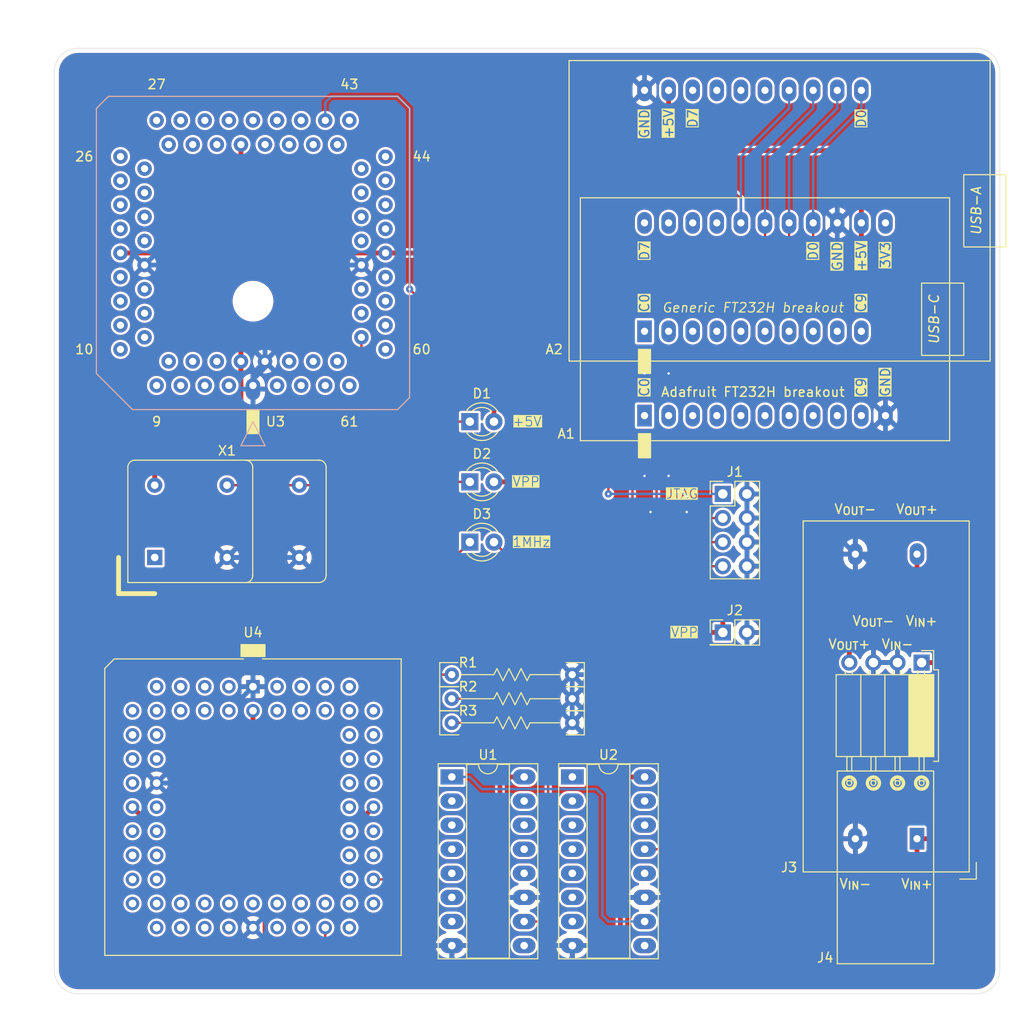
<source format=kicad_pcb>
(kicad_pcb (version 20221018) (generator pcbnew)
  (title_block (title "Thomson MO5 — Gate array development board") (date "2025-07-12") (rev "v0.0-draft") (company "Sporniket.com"))
  (layers (0 "F.Cu" signal) (31 "B.Cu" signal) (34 "B.Paste" user) (35 "F.Paste" user) (36 "B.SilkS" user "B.Silkscreen") (37 "F.SilkS" user "F.Silkscreen") (38 "B.Mask" user) (39 "F.Mask" user) (44 "Edge.Cuts" user))
  (net 0 "")
  (net 11 "GND")
  (net 13 "+5V")
  (net 14 "/FTDI breakouts, source JTAG, DC-DC converter/TCK")
  (net 15 "/FTDI breakouts, source JTAG, DC-DC converter/TDI")
  (net 16 "/FTDI breakouts, source JTAG, DC-DC converter/TDO")
  (net 17 "/FTDI breakouts, source JTAG, DC-DC converter/TMS")
  (net 36 "Net-(D1-K)")
  (net 37 "Net-(D2-K)")
  (net 38 "+12V")
  (net 39 "Net-(D3-K)")
  (net 40 "Net-(D3-A)")
  (net 41 "Net-(U1-Q11)")
  (net 49 "E")
  (net 115 "16MHz")
  (footprint "LED_THT:LED_D3.0mm" (layer "F.Cu") (at 93.98 127)
    (fp_text reference "D3")
    (fp_text value "LED")
  )
  (footprint "commons-oscillators_THT:Oscillator_DIP-8_and_DIP_14" (layer "F.Cu") (at 60.76 128.62)
    (fp_text reference "X1")
    (fp_text value "XO 16MHz - DIP 8 or 14")
  )
  (footprint "Package_DIP:DIP-16_W7.62mm_Socket_LongPads" (layer "F.Cu") (at 92.085 151.755)
    (fp_text reference "U1")
    (fp_text value "4040")
  )
  (footprint "Package_DIP:DIP-16_W7.62mm_Socket_LongPads" (layer "F.Cu") (at 104.785 151.755)
    (fp_text reference "U2")
    (fp_text value "4040")
  )
  (footprint "commons-passives_THT:Passive_THT_resistor_W2.54mm_L12.70mm" (layer "F.Cu") (at 98.425 143.51)
    (fp_text reference "R2")
    (fp_text value "3K")
  )
  (footprint "Connector_PinHeader_2.54mm:PinHeader_2x04_P2.54mm_Vertical" (layer "F.Cu") (at 120.65 121.92)
    (fp_text reference "J1")
    (fp_text value "JTAG")
  )
  (footprint "commons-passives_THT:Passive_THT_resistor_W2.54mm_L12.70mm" (layer "F.Cu") (at 98.425 140.97)
    (fp_text reference "R1")
    (fp_text value "3K")
  )
  (footprint "assemblies_ftdi232h:Adafruit_FT232H_breakout_USB_C" (layer "F.Cu") (at 125.095 103.505)
    (fp_text reference "A1")
    (fp_text value "FTDI_232H_MODULE_USB-C_VERSION_PHY")
  )
  (footprint "Package_LCC:PLCC-68_THT-Socket" (layer "F.Cu") (at 71.12 142.24)
    (fp_text reference "U4")
    (fp_text value "GATE_ARRAY_MO5_V2_SOCKET")
  )
  (footprint "assemblies_power_modules:module_dc_dc_step_up_12V_W10.16mm_H20.5mm_PinSocket_1x04_P2.54mm_Horizontal" (layer "F.Cu") (at 137.795 139.7 180)
    (fp_text reference "J3")
    (fp_text value "5V->12V")
  )
  (footprint "commons-passives_THT:Passive_THT_resistor_W2.54mm_L12.70mm" (layer "F.Cu") (at 98.425 146.05)
    (fp_text reference "R3")
    (fp_text value "3K")
  )
  (footprint "LED_THT:LED_D3.0mm" (layer "F.Cu") (at 93.98 114.3)
    (fp_text reference "D1")
    (fp_text value "LED")
  )
  (footprint "Connector_PinHeader_2.54mm:PinHeader_2x01_P2.54mm_Vertical" (layer "F.Cu") (at 120.65 136.525)
    (fp_text reference "J2")
    (fp_text value "VPP connector")
  )
  (footprint "assemblies_ftdi232h:Noname_FT232H_breakout_USB_A" (layer "F.Cu") (at 123.825 92.075)
    (fp_text reference "A2")
    (fp_text value "FTDI_232H_MODULE_USB-A_VERSION_PHY")
  )
  (footprint "LED_THT:LED_D3.0mm" (layer "F.Cu") (at 93.98 120.65)
    (fp_text reference "D2")
    (fp_text value "LED")
  )
  (footprint "assemblies_power_modules:module_mt3608_ajustable_output" (layer "F.Cu") (at 137.870001 143.27 180)
    (fp_text reference "J4")
    (fp_text value "Adjustable MT3608 module")
  )
  (footprint "thomson-moto-interconnect:gate_array_plcc68_staggered_with_key_hole" (layer "B.Cu") (at 71.12 96.52)
    (fp_text reference "U3")
    (fp_text value "GATE_ARRAY_MO5_V1_SOCKET")
  )
  (gr_rect (start 69.85 137.795) (end 72.39 139.065) (stroke (width 0.1)) (fill solid) (layer "F.SilkS"))
  (gr_rect (start 70.485 113.03) (end 71.755 115.57) (stroke (width 0.1)) (fill solid) (layer "F.SilkS"))
  (gr_line (start 52.705 74.93) (end 147.32 74.93) (stroke (width 0.05)) (layer "Edge.Cuts"))
  (gr_arc (start 52.705 174.625) (mid 50.908949 173.881051) (end 50.165 172.085) (stroke (width 0.05)) (layer "Edge.Cuts"))
  (gr_arc (start 149.86 172.085) (mid 149.116051 173.881051) (end 147.32 174.625) (stroke (width 0.05)) (layer "Edge.Cuts"))
  (gr_arc (start 50.165 77.47) (mid 50.908949 75.673949) (end 52.705 74.93) (stroke (width 0.05)) (layer "Edge.Cuts"))
  (gr_arc (start 147.32 74.93) (mid 149.116051 75.673949) (end 149.86 77.47) (stroke (width 0.05)) (layer "Edge.Cuts"))
  (gr_line (start 50.165 172.085) (end 50.165 77.47) (stroke (width 0.05)) (layer "Edge.Cuts"))
  (gr_line (start 147.32 174.625) (end 52.705 174.625) (stroke (width 0.05)) (layer "Edge.Cuts"))
  (gr_line (start 149.86 172.085) (end 149.86 77.47) (stroke (width 0.05)) (layer "Edge.Cuts"))
  (gr_text "VPP" (at 118.11 136.525) (layer "F.SilkS" knockout) (effects (font (size 1 1) (thickness 0.1)) (justify right)))
  (gr_text "1MHz" (at 98.425 127) (layer "F.SilkS" knockout) (effects (font (size 1 1) (thickness 0.1)) (justify left)))
  (gr_text "+5V" (at 98.425 114.3) (layer "F.SilkS" knockout) (effects (font (size 1 1) (thickness 0.1)) (justify left)))
  (gr_text "JTAG" (at 118.11 121.92) (layer "F.SilkS" knockout) (effects (font (size 1 1) (thickness 0.1)) (justify right)))
  (gr_text "VPP" (at 98.425 120.65) (layer "F.SilkS" knockout) (effects (font (size 1 1) (thickness 0.1)) (justify left)))
  (via (at 112.395 120.015) (size 0.762) (drill 0.254) (layers "F.Cu" "B.Cu") (net 11))
  (via (at 116.84 123.825) (size 0.762) (drill 0.254) (layers "F.Cu" "B.Cu") (net 11))
  (via (at 114.935 109.22) (size 0.762) (drill 0.254) (layers "F.Cu" "B.Cu") (net 11))
  (via (at 113.03 123.825) (size 0.762) (drill 0.254) (layers "F.Cu" "B.Cu") (net 11))
  (via (at 112.395 109.22) (size 0.762) (drill 0.254) (layers "F.Cu" "B.Cu") (net 11))
  (via (at 114.935 120.015) (size 0.762) (drill 0.254) (layers "F.Cu" "B.Cu") (net 11))
  (segment (start 137.16 76.835) (end 137.795 77.47) (width 0.508) (layer "B.Cu") (net 11))
  (segment (start 132.715 95.885) (end 137.795 100.965) (width 0.508) (layer "B.Cu") (net 11))
  (segment (start 123.19 127) (end 133.35 127) (width 0.508) (layer "B.Cu") (net 11))
  (segment (start 135.735 158.27) (end 134.62 158.27) (width 0.508) (layer "B.Cu") (net 11))
  (segment (start 123.19 136.525) (end 123.19 129.54) (width 0.508) (layer "B.Cu") (net 11))
  (segment (start 68.38 128.62) (end 71.12 128.62) (width 0.508) (layer "B.Cu") (net 11))
  (segment (start 114.935 170.815) (end 114.935 165.1) (width 0.508) (layer "B.Cu") (net 11))
  (segment (start 74.295 104.775) (end 74.295 97.79) (width 0.508) (layer "B.Cu") (net 11))
  (segment (start 70.835 128.62) (end 68.38 128.62) (width 0.508) (layer "B.Cu") (net 11))
  (segment (start 72.39 107.95) (end 72.39 106.68) (width 0.508) (layer "B.Cu") (net 11))
  (segment (start 71.12 142.24) (end 71.12 129.54) (width 0.508) (layer "B.Cu") (net 11))
  (segment (start 92.71 171.45) (end 102.235 171.45) (width 0.508) (layer "B.Cu") (net 11))
  (segment (start 135.255 128.27) (end 134.62 128.27) (width 0.508) (layer "B.Cu") (net 11))
  (segment (start 72.39 106.68) (end 74.295 104.775) (width 0.508) (layer "B.Cu") (net 11))
  (segment (start 104.775 143.51) (end 104.775 140.97) (width 0.508) (layer "B.Cu") (net 11))
  (segment (start 69.85 143.51) (end 69.85 154.305) (width 0.508) (layer "B.Cu") (net 11))
  (segment (start 132.715 93.345) (end 132.715 95.885) (width 0.508) (layer "B.Cu") (net 11))
  (segment (start 102.235 171.45) (end 102.235 165.1) (width 0.508) (layer "B.Cu") (net 11))
  (segment (start 71.12 110.49) (end 71.12 128.62) (width 0.508) (layer "B.Cu") (net 11))
  (segment (start 72.39 108.585) (end 71.12 109.855) (width 0.508) (layer "B.Cu") (net 11))
  (segment (start 112.395 79.375) (end 112.395 77.47) (width 0.508) (layer "B.Cu") (net 11))
  (segment (start 123.19 140.335) (end 123.19 136.525) (width 0.508) (layer "B.Cu") (net 11))
  (segment (start 114.3 171.45) (end 114.935 170.815) (width 0.508) (layer "B.Cu") (net 11))
  (segment (start 137.795 77.47) (end 137.795 84.455) (width 0.508) (layer "B.Cu") (net 11))
  (segment (start 92.075 169.545) (end 92.075 170.815) (width 0.508) (layer "B.Cu") (net 11))
  (segment (start 114.935 165.1) (end 114.29 164.455) (width 0.508) (layer "B.Cu") (net 11))
  (segment (start 134.62 120.65) (end 134.62 128.27) (width 0.508) (layer "B.Cu") (net 11))
  (segment (start 112.395 77.47) (end 113.03 76.835) (width 0.508) (layer "B.Cu") (net 11))
  (segment (start 136.525 129.54) (end 135.255 128.27) (width 0.508) (layer "B.Cu") (net 11))
  (segment (start 104.785 170.805) (end 104.785 169.535) (width 0.508) (layer "B.Cu") (net 11))
  (segment (start 71.12 142.24) (end 69.85 143.51) (width 0.508) (layer "B.Cu") (net 11))
  (segment (start 69.85 166.37) (end 69.85 154.305) (width 0.508) (layer "B.Cu") (net 11))
  (segment (start 137.795 100.965) (end 137.795 113.665) (width 0.508) (layer "B.Cu") (net 11))
  (segment (start 104.14 171.45) (end 104.785 170.805) (width 0.508) (layer "B.Cu") (net 11))
  (segment (start 123.19 124.46) (end 123.19 121.92) (width 0.508) (layer "B.Cu") (net 11))
  (segment (start 123.19 127) (end 123.19 124.46) (width 0.508) (layer "B.Cu") (net 11))
  (segment (start 71.12 129.54) (end 71.12 128.905) (width 0.508) (layer "B.Cu") (net 11))
  (segment (start 72.39 107.95) (end 72.39 108.585) (width 0.508) (layer "B.Cu") (net 11))
  (segment (start 136.525 139.7) (end 139.065 139.7) (width 0.508) (layer "B.Cu") (net 11))
  (segment (start 102.235 165.1) (end 101.59 164.455) (width 0.508) (layer "B.Cu") (net 11))
  (segment (start 137.795 117.475) (end 134.62 120.65) (width 0.508) (layer "B.Cu") (net 11))
  (segment (start 71.12 109.855) (end 71.12 110.49) (width 0.508) (layer "B.Cu") (net 11))
  (segment (start 136.525 139.7) (end 136.525 157.48) (width 0.508) (layer "B.Cu") (net 11))
  (segment (start 101.59 164.455) (end 99.705 164.455) (width 0.508) (layer "B.Cu") (net 11))
  (segment (start 137.795 84.455) (end 132.715 89.535) (width 0.508) (layer "B.Cu") (net 11))
  (segment (start 104.14 171.45) (end 114.3 171.45) (width 0.508) (layer "B.Cu") (net 11))
  (segment (start 104.775 146.05) (end 104.775 143.51) (width 0.508) (layer "B.Cu") (net 11))
  (segment (start 123.19 129.54) (end 123.19 127) (width 0.508) (layer "B.Cu") (net 11))
  (segment (start 113.03 76.835) (end 137.16 76.835) (width 0.508) (layer "B.Cu") (net 11))
  (segment (start 136.525 139.7) (end 136.525 129.54) (width 0.508) (layer "B.Cu") (net 11))
  (segment (start 92.075 170.815) (end 92.71 171.45) (width 0.508) (layer "B.Cu") (net 11))
  (segment (start 133.35 127) (end 134.62 128.27) (width 0.508) (layer "B.Cu") (net 11))
  (segment (start 137.795 113.665) (end 137.795 117.475) (width 0.508) (layer "B.Cu") (net 11))
  (segment (start 92.085 169.535) (end 92.075 169.545) (width 0.508) (layer "B.Cu") (net 11))
  (segment (start 71.12 129.54) (end 71.12 128.62) (width 0.508) (layer "B.Cu") (net 11))
  (segment (start 104.775 140.97) (end 122.555 140.97) (width 0.508) (layer "B.Cu") (net 11))
  (segment (start 71.12 128.62) (end 76 128.62) (width 0.508) (layer "B.Cu") (net 11))
  (segment (start 122.555 140.97) (end 123.19 140.335) (width 0.508) (layer "B.Cu") (net 11))
  (segment (start 132.715 89.535) (end 132.715 93.345) (width 0.508) (layer "B.Cu") (net 11))
  (segment (start 69.85 154.305) (end 67.945 152.4) (width 0.508) (layer "B.Cu") (net 11))
  (segment (start 71.12 167.64) (end 69.85 166.37) (width 0.508) (layer "B.Cu") (net 11))
  (segment (start 59.69 97.79) (end 74.295 97.79) (width 0.508) (layer "B.Cu") (net 11))
  (segment (start 102.235 171.45) (end 104.14 171.45) (width 0.508) (layer "B.Cu") (net 11))
  (segment (start 136.525 157.48) (end 135.735 158.27) (width 0.508) (layer "B.Cu") (net 11))
  (segment (start 74.295 97.79) (end 82.55 97.79) (width 0.508) (layer "B.Cu") (net 11))
  (segment (start 67.945 152.4) (end 60.96 152.4) (width 0.508) (layer "B.Cu") (net 11))
  (segment (start 114.29 164.455) (end 112.405 164.455) (width 0.508) (layer "B.Cu") (net 11))
  (segment (start 69.85 107.95) (end 69.85 106.68) (width 0.508) (layer "F.Cu") (net 13))
  (segment (start 135.255 95.25) (end 135.255 93.345) (width 0.508) (layer "F.Cu") (net 13))
  (segment (start 97.155 152.4) (end 97.8 151.755) (width 0.508) (layer "F.Cu") (net 13))
  (segment (start 60.76 113.865) (end 60.76 121) (width 0.508) (layer "F.Cu") (net 13))
  (segment (start 141.120002 158.27) (end 143.355 158.27) (width 0.508) (layer "F.Cu") (net 13))
  (segment (start 114.935 85.09) (end 115.57 85.725) (width 0.508) (layer "F.Cu") (net 13))
  (segment (start 134.62 85.725) (end 135.255 86.36) (width 0.508) (layer "F.Cu") (net 13))
  (segment (start 89.535 95.885) (end 88.9 96.52) (width 0.508) (layer "F.Cu") (net 13))
  (segment (start 139.7 172.085) (end 141.120002 170.664998) (width 0.508) (layer "F.Cu") (net 13))
  (segment (start 88.9 96.52) (end 85.09 96.52) (width 0.508) (layer "F.Cu") (net 13))
  (segment (start 69.215 113.03) (end 61.595 113.03) (width 0.508) (layer "F.Cu") (net 13))
  (segment (start 143.51 95.885) (end 135.89 95.885) (width 0.508) (layer "F.Cu") (net 13))
  (segment (start 97.155 172.085) (end 109.855 172.085) (width 0.508) (layer "F.Cu") (net 13))
  (segment (start 141.120002 170.664998) (end 141.120002 158.27) (width 0.508) (layer "F.Cu") (net 13))
  (segment (start 71.12 156.21) (end 72.39 156.21) (width 0.508) (layer "F.Cu") (net 13))
  (segment (start 72.39 168.91) (end 75.565 172.085) (width 0.508) (layer "F.Cu") (net 13))
  (segment (start 135.89 95.885) (end 135.255 95.25) (width 0.508) (layer "F.Cu") (net 13))
  (segment (start 144.145 157.48) (end 144.145 137.795) (width 0.508) (layer "F.Cu") (net 13))
  (segment (start 135.255 86.36) (end 135.255 93.345) (width 0.508) (layer "F.Cu") (net 13))
  (segment (start 69.85 96.52) (end 85.09 96.52) (width 0.508) (layer "F.Cu") (net 13))
  (segment (start 57.15 96.52) (end 67.945 96.52) (width 0.508) (layer "F.Cu") (net 13))
  (segment (start 144.145 137.795) (end 144.145 96.52) (width 0.508) (layer "F.Cu") (net 13))
  (segment (start 96.52 114.3) (end 96.52 97.155) (width 0.508) (layer "F.Cu") (net 13))
  (segment (start 72.39 156.21) (end 82.55 156.21) (width 0.508) (layer "F.Cu") (net 13))
  (segment (start 69.85 85.09) (end 69.85 96.52) (width 0.508) (layer "F.Cu") (net 13))
  (segment (start 96.52 97.155) (end 95.885 96.52) (width 0.508) (layer "F.Cu") (net 13))
  (segment (start 144.145 139.065) (end 143.51 139.7) (width 0.508) (layer "F.Cu") (net 13))
  (segment (start 59.69 156.21) (end 71.12 156.21) (width 0.508) (layer "F.Cu") (net 13))
  (segment (start 67.945 96.52) (end 69.85 96.52) (width 0.508) (layer "F.Cu") (net 13))
  (segment (start 144.145 96.52) (end 143.51 95.885) (width 0.508) (layer "F.Cu") (net 13))
  (segment (start 109.855 172.085) (end 139.7 172.085) (width 0.508) (layer "F.Cu") (net 13))
  (segment (start 95.885 96.52) (end 85.09 96.52) (width 0.508) (layer "F.Cu") (net 13))
  (segment (start 114.3 85.725) (end 90.17 85.725) (width 0.508) (layer "F.Cu") (net 13))
  (segment (start 58.42 154.94) (end 59.69 156.21) (width 0.508) (layer "F.Cu") (net 13))
  (segment (start 143.51 139.7) (end 141.605 139.7) (width 0.508) (layer "F.Cu") (net 13))
  (segment (start 75.565 172.085) (end 97.155 172.085) (width 0.508) (layer "F.Cu") (net 13))
  (segment (start 61.595 113.03) (end 60.76 113.865) (width 0.508) (layer "F.Cu") (net 13))
  (segment (start 97.155 172.085) (end 97.155 152.4) (width 0.508) (layer "F.Cu") (net 13))
  (segment (start 144.145 137.795) (end 144.145 139.065) (width 0.508) (layer "F.Cu") (net 13))
  (segment (start 114.935 85.09) (end 114.3 85.725) (width 0.508) (layer "F.Cu") (net 13))
  (segment (start 109.855 152.4) (end 110.5 151.755) (width 0.508) (layer "F.Cu") (net 13))
  (segment (start 89.535 86.36) (end 89.535 95.885) (width 0.508) (layer "F.Cu") (net 13))
  (segment (start 143.355 158.27) (end 144.145 157.48) (width 0.508) (layer "F.Cu") (net 13))
  (segment (start 110.5 151.755) (end 112.405 151.755) (width 0.508) (layer "F.Cu") (net 13))
  (segment (start 109.855 172.085) (end 109.855 152.4) (width 0.508) (layer "F.Cu") (net 13))
  (segment (start 69.85 107.95) (end 69.85 112.395) (width 0.508) (layer "F.Cu") (net 13))
  (segment (start 72.39 156.21) (end 72.39 168.91) (width 0.508) (layer "F.Cu") (net 13))
  (segment (start 69.85 112.395) (end 69.215 113.03) (width 0.508) (layer "F.Cu") (net 13))
  (segment (start 114.935 79.375) (end 114.935 85.09) (width 0.508) (layer "F.Cu") (net 13))
  (segment (start 82.55 156.21) (end 83.82 154.94) (width 0.508) (layer "F.Cu") (net 13))
  (segment (start 71.12 144.78) (end 71.12 156.21) (width 0.508) (layer "F.Cu") (net 13))
  (segment (start 115.57 85.725) (end 134.62 85.725) (width 0.508) (layer "F.Cu") (net 13))
  (segment (start 67.945 104.775) (end 67.945 96.52) (width 0.508) (layer "F.Cu") (net 13))
  (segment (start 69.85 106.68) (end 67.945 104.775) (width 0.508) (layer "F.Cu") (net 13))
  (segment (start 97.8 151.755) (end 99.705 151.755) (width 0.508) (layer "F.Cu") (net 13))
  (segment (start 90.17 85.725) (end 89.535 86.36) (width 0.508) (layer "F.Cu") (net 13))
  (segment (start 118.745 124.46) (end 116.205 121.92) (width 0.254) (layer "F.Cu") (net 14))
  (segment (start 116.205 101.6) (end 116.84 100.965) (width 0.254) (layer "F.Cu") (net 14))
  (segment (start 116.84 100.965) (end 129.54 100.965) (width 0.254) (layer "F.Cu") (net 14))
  (segment (start 116.205 121.92) (end 116.205 101.6) (width 0.254) (layer "F.Cu") (net 14))
  (segment (start 129.54 100.965) (end 130.175 100.33) (width 0.254) (layer "F.Cu") (net 14))
  (segment (start 120.65 124.46) (end 118.745 124.46) (width 0.254) (layer "F.Cu") (net 14))
  (segment (start 130.175 100.33) (end 130.175 93.345) (width 0.254) (layer "F.Cu") (net 14))
  (segment (start 135.255 81.28) (end 130.175 86.36) (width 0.254) (layer "B.Cu") (net 14))
  (segment (start 135.255 79.375) (end 135.255 81.28) (width 0.254) (layer "B.Cu") (net 14))
  (segment (start 130.175 86.36) (end 130.175 93.345) (width 0.254) (layer "B.Cu") (net 14))
  (segment (start 118.11 127) (end 113.665 122.555) (width 0.254) (layer "F.Cu") (net 15))
  (segment (start 113.665 122.555) (end 113.665 99.695) (width 0.254) (layer "F.Cu") (net 15))
  (segment (start 113.665 99.695) (end 114.3 99.06) (width 0.254) (layer "F.Cu") (net 15))
  (segment (start 120.65 127) (end 118.11 127) (width 0.254) (layer "F.Cu") (net 15))
  (segment (start 114.3 99.06) (end 127 99.06) (width 0.254) (layer "F.Cu") (net 15))
  (segment (start 127.635 98.425) (end 127.635 93.345) (width 0.254) (layer "F.Cu") (net 15))
  (segment (start 127 99.06) (end 127.635 98.425) (width 0.254) (layer "F.Cu") (net 15))
  (segment (start 132.715 79.375) (end 132.715 81.28) (width 0.254) (layer "B.Cu") (net 15))
  (segment (start 132.715 81.28) (end 127.635 86.36) (width 0.254) (layer "B.Cu") (net 15))
  (segment (start 127.635 86.36) (end 127.635 93.345) (width 0.254) (layer "B.Cu") (net 15))
  (segment (start 111.125 97.79) (end 111.76 97.155) (width 0.254) (layer "F.Cu") (net 16))
  (segment (start 111.125 123.19) (end 111.125 97.79) (width 0.254) (layer "F.Cu") (net 16))
  (segment (start 120.65 129.54) (end 117.475 129.54) (width 0.254) (layer "F.Cu") (net 16))
  (segment (start 124.46 97.155) (end 125.095 96.52) (width 0.254) (layer "F.Cu") (net 16))
  (segment (start 111.76 97.155) (end 124.46 97.155) (width 0.254) (layer "F.Cu") (net 16))
  (segment (start 125.095 96.52) (end 125.095 93.345) (width 0.254) (layer "F.Cu") (net 16))
  (segment (start 117.475 129.54) (end 111.125 123.19) (width 0.254) (layer "F.Cu") (net 16))
  (segment (start 130.175 81.28) (end 125.095 86.36) (width 0.254) (layer "B.Cu") (net 16))
  (segment (start 125.095 86.36) (end 125.095 93.345) (width 0.254) (layer "B.Cu") (net 16))
  (segment (start 130.175 79.375) (end 130.175 81.28) (width 0.254) (layer "B.Cu") (net 16))
  (segment (start 109.22 90.17) (end 121.92 90.17) (width 0.254) (layer "F.Cu") (net 17))
  (segment (start 122.555 90.805) (end 122.555 93.345) (width 0.254) (layer "F.Cu") (net 17))
  (segment (start 108.585 90.805) (end 109.22 90.17) (width 0.254) (layer "F.Cu") (net 17))
  (segment (start 108.585 121.92) (end 108.585 90.805) (width 0.254) (layer "F.Cu") (net 17))
  (segment (start 121.92 90.17) (end 122.555 90.805) (width 0.254) (layer "F.Cu") (net 17))
  (via (at 108.585 121.92) (size 0.762) (drill 0.254) (layers "F.Cu" "B.Cu") (net 17))
  (segment (start 120.65 121.92) (end 108.585 121.92) (width 0.254) (layer "B.Cu") (net 17))
  (segment (start 127.635 81.28) (end 122.555 86.36) (width 0.254) (layer "B.Cu") (net 17))
  (segment (start 122.555 86.36) (end 122.555 93.345) (width 0.254) (layer "B.Cu") (net 17))
  (segment (start 127.635 79.375) (end 127.635 81.28) (width 0.254) (layer "B.Cu") (net 17))
  (segment (start 90.805 114.3) (end 93.98 114.3) (width 0.254) (layer "F.Cu") (net 36))
  (segment (start 90.17 114.935) (end 90.805 114.3) (width 0.254) (layer "F.Cu") (net 36))
  (segment (start 90.805 140.97) (end 90.17 140.335) (width 0.254) (layer "F.Cu") (net 36))
  (segment (start 92.075 140.97) (end 90.805 140.97) (width 0.254) (layer "F.Cu") (net 36))
  (segment (start 90.17 140.335) (end 90.17 114.935) (width 0.254) (layer "F.Cu") (net 36))
  (segment (start 93.345 143.51) (end 93.98 142.875) (width 0.254) (layer "F.Cu") (net 37))
  (segment (start 92.075 143.51) (end 93.345 143.51) (width 0.254) (layer "F.Cu") (net 37))
  (segment (start 91.44 136.525) (end 91.44 121.285) (width 0.254) (layer "F.Cu") (net 37))
  (segment (start 93.98 142.875) (end 93.98 139.065) (width 0.254) (layer "F.Cu") (net 37))
  (segment (start 92.075 120.65) (end 93.98 120.65) (width 0.254) (layer "F.Cu") (net 37))
  (segment (start 93.98 139.065) (end 91.44 136.525) (width 0.254) (layer "F.Cu") (net 37))
  (segment (start 91.44 121.285) (end 92.075 120.65) (width 0.254) (layer "F.Cu") (net 37))
  (segment (start 141.120002 132.564998) (end 141.120002 128.27) (width 0.508) (layer "F.Cu") (net 38))
  (segment (start 99.695 136.525) (end 99.06 135.89) (width 0.508) (layer "F.Cu") (net 38))
  (segment (start 99.06 121.285) (end 98.425 120.65) (width 0.508) (layer "F.Cu") (net 38))
  (segment (start 120.65 136.525) (end 99.695 136.525) (width 0.508) (layer "F.Cu") (net 38))
  (segment (start 140.335 133.35) (end 141.120002 132.564998) (width 0.508) (layer "F.Cu") (net 38))
  (segment (start 121.285 133.35) (end 133.35 133.35) (width 0.508) (layer "F.Cu") (net 38))
  (segment (start 99.06 135.89) (end 99.06 121.285) (width 0.508) (layer "F.Cu") (net 38))
  (segment (start 133.35 133.35) (end 140.335 133.35) (width 0.508) (layer "F.Cu") (net 38))
  (segment (start 133.985 139.7) (end 133.985 133.985) (width 0.508) (layer "F.Cu") (net 38))
  (segment (start 98.425 120.65) (end 96.52 120.65) (width 0.508) (layer "F.Cu") (net 38))
  (segment (start 133.985 133.985) (end 133.35 133.35) (width 0.508) (layer "F.Cu") (net 38))
  (segment (start 120.65 136.525) (end 120.65 133.985) (width 0.508) (layer "F.Cu") (net 38))
  (segment (start 120.65 133.985) (end 121.285 133.35) (width 0.508) (layer "F.Cu") (net 38))
  (segment (start 92.71 135.255) (end 92.71 128.27) (width 0.254) (layer "F.Cu") (net 39))
  (segment (start 94.615 146.05) (end 95.25 145.415) (width 0.254) (layer "F.Cu") (net 39))
  (segment (start 95.25 145.415) (end 95.25 137.795) (width 0.254) (layer "F.Cu") (net 39))
  (segment (start 95.25 137.795) (end 92.71 135.255) (width 0.254) (layer "F.Cu") (net 39))
  (segment (start 92.075 146.05) (end 94.615 146.05) (width 0.254) (layer "F.Cu") (net 39))
  (segment (start 92.71 128.27) (end 93.98 127) (width 0.254) (layer "F.Cu") (net 39))
  (segment (start 97.79 147.955) (end 98.425 148.59) (width 0.254) (layer "F.Cu") (net 40))
  (segment (start 114.3 148.59) (end 114.935 149.225) (width 0.254) (layer "F.Cu") (net 40))
  (segment (start 98.425 148.59) (end 114.3 148.59) (width 0.254) (layer "F.Cu") (net 40))
  (segment (start 97.79 128.27) (end 97.79 147.955) (width 0.254) (layer "F.Cu") (net 40))
  (segment (start 96.52 127) (end 97.79 128.27) (width 0.254) (layer "F.Cu") (net 40))
  (segment (start 114.29 159.375) (end 114.3 159.385) (width 0.254) (layer "F.Cu") (net 40))
  (segment (start 114.935 158.75) (end 114.935 149.225) (width 0.254) (layer "F.Cu") (net 40))
  (segment (start 112.405 159.375) (end 114.29 159.375) (width 0.254) (layer "F.Cu") (net 40))
  (segment (start 114.3 159.385) (end 114.935 158.75) (width 0.254) (layer "F.Cu") (net 40))
  (segment (start 92.085 151.755) (end 93.97 151.755) (width 0.254) (layer "B.Cu") (net 41))
  (segment (start 108.595 166.995) (end 112.405 166.995) (width 0.254) (layer "B.Cu") (net 41))
  (segment (start 107.315 153.035) (end 107.95 153.67) (width 0.254) (layer "B.Cu") (net 41))
  (segment (start 107.95 153.67) (end 107.95 166.37) (width 0.254) (layer "B.Cu") (net 41))
  (segment (start 93.97 151.755) (end 95.25 153.035) (width 0.254) (layer "B.Cu") (net 41))
  (segment (start 107.95 166.37) (end 108.585 167.005) (width 0.254) (layer "B.Cu") (net 41))
  (segment (start 108.585 167.005) (end 108.595 166.995) (width 0.254) (layer "B.Cu") (net 41))
  (segment (start 95.25 153.035) (end 107.315 153.035) (width 0.254) (layer "B.Cu") (net 41))
  (segment (start 88.9 101.6) (end 87.63 100.33) (width 0.254) (layer "F.Cu") (net 49))
  (segment (start 102.235 166.37) (end 101.6 167.005) (width 0.254) (layer "F.Cu") (net 49))
  (segment (start 89.535 150.495) (end 90.17 149.86) (width 0.254) (layer "F.Cu") (net 49))
  (segment (start 101.6 149.86) (end 102.235 150.495) (width 0.254) (layer "F.Cu") (net 49))
  (segment (start 88.265 169.545) (end 89.535 168.275) (width 0.254) (layer "F.Cu") (net 49))
  (segment (start 101.6 167.005) (end 101.59 166.995) (width 0.254) (layer "F.Cu") (net 49))
  (segment (start 78.74 167.64) (end 78.74 168.91) (width 0.254) (layer "F.Cu") (net 49))
  (segment (start 79.375 169.545) (end 88.265 169.545) (width 0.254) (layer "F.Cu") (net 49))
  (segment (start 90.17 149.86) (end 101.6 149.86) (width 0.254) (layer "F.Cu") (net 49))
  (segment (start 88.9 141.605) (end 88.9 101.6) (width 0.254) (layer "F.Cu") (net 49))
  (segment (start 78.74 168.91) (end 79.375 169.545) (width 0.254) (layer "F.Cu") (net 49))
  (segment (start 89.535 168.275) (end 89.535 150.495) (width 0.254) (layer "F.Cu") (net 49))
  (segment (start 102.235 150.495) (end 102.235 166.37) (width 0.254) (layer "F.Cu") (net 49))
  (segment (start 89.535 142.24) (end 88.9 141.605) (width 0.254) (layer "F.Cu") (net 49))
  (segment (start 101.59 166.995) (end 99.705 166.995) (width 0.254) (layer "F.Cu") (net 49))
  (segment (start 89.535 150.495) (end 89.535 142.24) (width 0.254) (layer "F.Cu") (net 49))
  (via (at 87.63 100.33) (size 0.762) (drill 0.254) (layers "F.Cu" "B.Cu") (net 49))
  (segment (start 87.63 81.28) (end 86.36 80.01) (width 0.254) (layer "B.Cu") (net 49))
  (segment (start 87.63 100.33) (end 87.63 81.28) (width 0.254) (layer "B.Cu") (net 49))
  (segment (start 79.375 80.01) (end 78.74 80.645) (width 0.254) (layer "B.Cu") (net 49))
  (segment (start 78.74 80.645) (end 78.74 82.55) (width 0.254) (layer "B.Cu") (net 49))
  (segment (start 86.36 80.01) (end 79.375 80.01) (width 0.254) (layer "B.Cu") (net 49))
  (segment (start 76 121) (end 82.835 121) (width 0.254) (layer "F.Cu") (net 115))
  (segment (start 86.995 161.29) (end 86.995 125.16) (width 0.254) (layer "F.Cu") (net 115))
  (segment (start 85.09 118.745) (end 85.09 110.49) (width 0.254) (layer "F.Cu") (net 115))
  (segment (start 85.09 110.49) (end 82.55 107.95) (width 0.254) (layer "F.Cu") (net 115))
  (segment (start 82.835 121) (end 85.09 118.745) (width 0.254) (layer "F.Cu") (net 115))
  (segment (start 82.55 107.95) (end 82.55 105.41) (width 0.254) (layer "F.Cu") (net 115))
  (segment (start 83.82 162.56) (end 85.725 162.56) (width 0.254) (layer "F.Cu") (net 115))
  (segment (start 85.725 162.56) (end 86.995 161.29) (width 0.254) (layer "F.Cu") (net 115))
  (segment (start 86.995 125.16) (end 82.835 121) (width 0.254) (layer "F.Cu") (net 115))
  (segment (start 76 121) (end 68.38 121) (width 0.254) (layer "F.Cu") (net 115))
  (zone (net 11) (net_name "GND") (layers "F&B.Cu") (connect_pads (clearance 0.254)) (min_thickness 0.254) (fill yes (thermal_gap 0.508) (thermal_bridge_width 0.508))
    (polygon (pts (xy 44.45 69.85) (xy 152.4 69.85) (xy 152.4 177.8) (xy 44.45 177.8)))
  )
)
</source>
